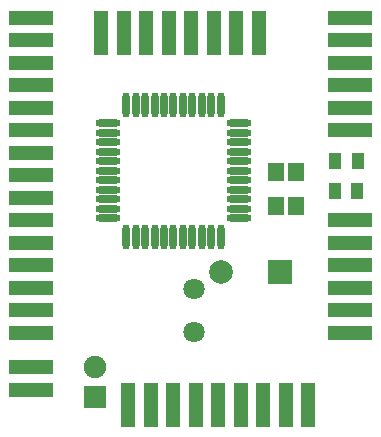
<source format=gts>
G04*
G04 #@! TF.GenerationSoftware,Altium Limited,Altium Designer,22.2.1 (43)*
G04*
G04 Layer_Color=8388736*
%FSTAX25Y25*%
%MOIN*%
G70*
G04*
G04 #@! TF.SameCoordinates,2F0A99F2-06B0-42B4-AD1F-80CD01153156*
G04*
G04*
G04 #@! TF.FilePolarity,Negative*
G04*
G01*
G75*
%ADD23C,0.07099*%
%ADD24R,0.04300X0.05800*%
%ADD25R,0.05524X0.05918*%
%ADD26R,0.14580X0.04816*%
%ADD27R,0.04816X0.14580*%
%ADD28O,0.08280X0.02572*%
%ADD29O,0.02572X0.08280*%
%ADD30R,0.07493X0.07493*%
%ADD31C,0.07493*%
%ADD32R,0.07887X0.07887*%
%ADD33C,0.07887*%
D23*
X0063Y00472D02*
D03*
Y00326D02*
D03*
D24*
X010996Y00898D02*
D03*
X011744D02*
D03*
X010986Y00796D02*
D03*
X0117341D02*
D03*
D25*
X0096846Y0074791D02*
D03*
Y0086209D02*
D03*
X0090153D02*
D03*
Y0074791D02*
D03*
D26*
X0115Y007D02*
D03*
Y00625D02*
D03*
Y0055D02*
D03*
X00085D02*
D03*
Y00625D02*
D03*
Y007D02*
D03*
X0115Y00475D02*
D03*
Y004D02*
D03*
Y00325D02*
D03*
X00085D02*
D03*
Y004D02*
D03*
Y00475D02*
D03*
Y0021D02*
D03*
Y00135D02*
D03*
Y00775D02*
D03*
Y0085D02*
D03*
Y00925D02*
D03*
Y01D02*
D03*
Y01075D02*
D03*
Y0115D02*
D03*
Y01225D02*
D03*
Y013D02*
D03*
Y01375D02*
D03*
X0115Y013D02*
D03*
Y01375D02*
D03*
Y0115D02*
D03*
Y01225D02*
D03*
Y01D02*
D03*
Y01075D02*
D03*
D27*
X0071Y00085D02*
D03*
X00785D02*
D03*
X0101D02*
D03*
X00935D02*
D03*
X0086D02*
D03*
X0041D02*
D03*
X00485D02*
D03*
X0056D02*
D03*
X00635D02*
D03*
X00845Y01325D02*
D03*
X0077D02*
D03*
X0062D02*
D03*
X00695D02*
D03*
X00545D02*
D03*
X0047D02*
D03*
X00395D02*
D03*
X0032D02*
D03*
D28*
X0034053Y0070752D02*
D03*
Y0073902D02*
D03*
Y0077051D02*
D03*
Y0080201D02*
D03*
Y008335D02*
D03*
Y00865D02*
D03*
Y008965D02*
D03*
Y0092799D02*
D03*
Y0095949D02*
D03*
Y0099098D02*
D03*
Y0102248D02*
D03*
X0077947Y0102248D02*
D03*
Y0099098D02*
D03*
Y0095949D02*
D03*
Y0092799D02*
D03*
Y008965D02*
D03*
Y00865D02*
D03*
Y008335D02*
D03*
Y0080201D02*
D03*
Y0077051D02*
D03*
Y0073902D02*
D03*
Y0070752D02*
D03*
D29*
X0040252Y0108447D02*
D03*
X0043402D02*
D03*
X0046551D02*
D03*
X0049701D02*
D03*
X005285D02*
D03*
X0056D02*
D03*
X005915D02*
D03*
X0062299D02*
D03*
X0065449D02*
D03*
X0068598D02*
D03*
X0071748D02*
D03*
Y0064553D02*
D03*
X0068598D02*
D03*
X0065449D02*
D03*
X0062299D02*
D03*
X005915D02*
D03*
X0056D02*
D03*
X005285D02*
D03*
X0049701D02*
D03*
X0046551D02*
D03*
X0043402D02*
D03*
X0040252D02*
D03*
D30*
X003Y0011D02*
D03*
D31*
Y0021D02*
D03*
D32*
X0091543Y00526D02*
D03*
D33*
X0071858D02*
D03*
M02*

</source>
